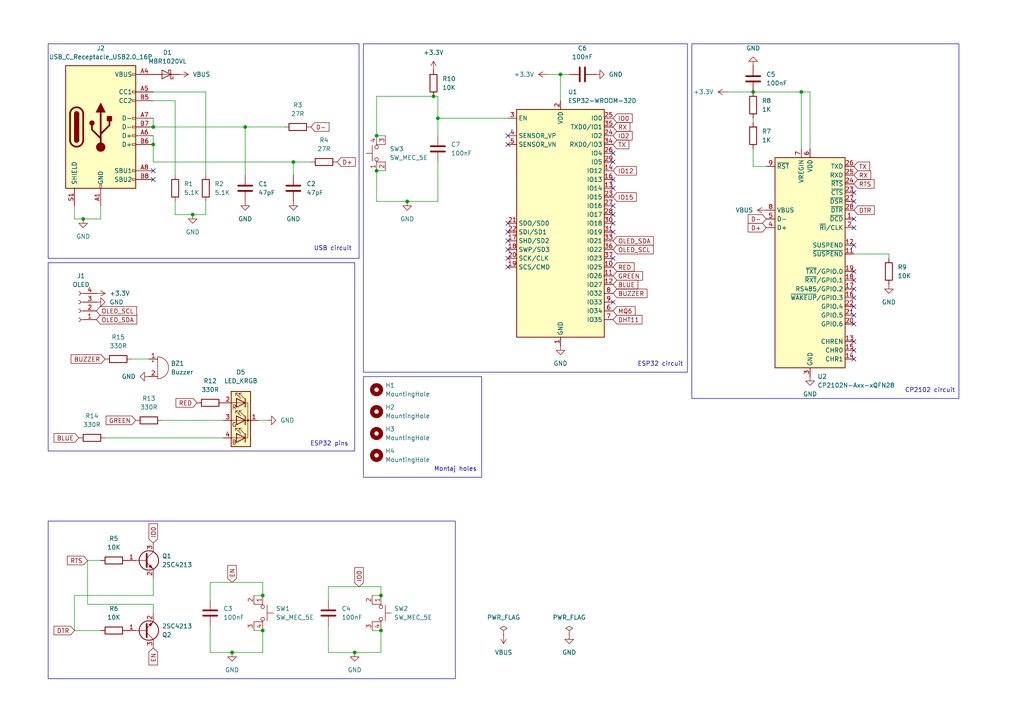
<source format=kicad_sch>
(kicad_sch (version 20250114) (generator "eeschema") (generator_version "9.0")
  (paper "A4")
  (lib_symbols
    (symbol "Connector:Conn_01x04_Socket" (pin_names (offset 1.016) (hide yes))
      (property "Reference" "J" (at 0 5.08 0))
      (property "Value" "Conn_01x04_Socket" (at 0 -7.62 0))
      (symbol "Conn_01x04_Socket_1_1"
        (polyline (pts (xy -1.27 2.54) (xy -0.508 2.54)) (stroke (width 0.1524)))
        (polyline (pts (xy -1.27 0) (xy -0.508 0)) (stroke (width 0.1524)))
        (polyline (pts (xy -1.27 -2.54) (xy -0.508 -2.54)) (stroke (width 0.1524)))
        (polyline (pts (xy -1.27 -5.08) (xy -0.508 -5.08)) (stroke (width 0.1524)))
        (arc (start 0 2.032) (mid -0.5058 2.54) (end 0 3.048) (stroke (width 0.1524)))
        (arc (start 0 -0.508) (mid -0.5058 0) (end 0 0.508) (stroke (width 0.1524)))
        (arc (start 0 -3.048) (mid -0.5058 -2.54) (end 0 -2.032) (stroke (width 0.1524)))
        (arc (start 0 -5.588) (mid -0.5058 -5.08) (end 0 -4.572) (stroke (width 0.1524)))
        (pin passive line (at -5.08 2.54 0) (length 3.81) (name "Pin_1") (number "1"))
        (pin passive line (at -5.08 0 0) (length 3.81) (name "Pin_2") (number "2"))
        (pin passive line (at -5.08 -2.54 0) (length 3.81) (name "Pin_3") (number "3"))
        (pin passive line (at -5.08 -5.08 0) (length 3.81) (name "Pin_4") (number "4"))
      )
    )
    (symbol "Connector:USB_C_Receptacle_USB2.0_16P" (pin_names (offset 1.016))
      (property "Reference" "J" (at 0 22.225 0))
      (property "Value" "USB_C_Receptacle_USB2.0_16P" (at 0 19.685 0))
      (symbol "USB_C_Receptacle_USB2.0_16P_0_0"
        (rectangle (start -0.254 -17.78) (end 0.254 -16.764))
        (rectangle (start 10.16 15.494) (end 9.144 14.986))
        (rectangle (start 10.16 10.414) (end 9.144 9.906))
        (rectangle (start 10.16 7.874) (end 9.144 7.366))
        (rectangle (start 10.16 2.794) (end 9.144 2.286))
        (rectangle (start 10.16 0.254) (end 9.144 -0.254))
        (rectangle (start 10.16 -2.286) (end 9.144 -2.794))
        (rectangle (start 10.16 -4.826) (end 9.144 -5.334))
        (rectangle (start 10.16 -12.446) (end 9.144 -12.954))
        (rectangle (start 10.16 -14.986) (end 9.144 -15.494))
      )
      (symbol "USB_C_Receptacle_USB2.0_16P_0_1"
        (rectangle (start -10.16 17.78) (end 10.16 -17.78) (stroke (width 0.254)) (fill (type background)))
        (polyline (pts (xy -8.89 -3.81) (xy -8.89 3.81)) (stroke (width 0.508)))
        (rectangle (start -7.62 -3.81) (end -6.35 3.81) (stroke (width 0.254)) (fill (type outline)))
        (arc (start -7.62 3.81) (mid -6.985 4.4423) (end -6.35 3.81) (stroke (width 0.254)))
        (arc (start -7.62 3.81) (mid -6.985 4.4423) (end -6.35 3.81) (stroke (width 0.254)) (fill (type outline)))
        (arc (start -8.89 3.81) (mid -6.985 5.7067) (end -5.08 3.81) (stroke (width 0.508)))
        (arc (start -5.08 -3.81) (mid -6.985 -5.7067) (end -8.89 -3.81) (stroke (width 0.508)))
        (arc (start -6.35 -3.81) (mid -6.985 -4.4423) (end -7.62 -3.81) (stroke (width 0.254)))
        (arc (start -6.35 -3.81) (mid -6.985 -4.4423) (end -7.62 -3.81) (stroke (width 0.254)) (fill (type outline)))
        (polyline (pts (xy -5.08 3.81) (xy -5.08 -3.81)) (stroke (width 0.508)))
        (circle (center -2.54 1.143) (radius 0.635) (stroke (width 0.254)) (fill (type outline)))
        (polyline (pts (xy -1.27 4.318) (xy 0 6.858) (xy 1.27 4.318) (xy -1.27 4.318)) (stroke (width 0.254)) (fill (type outline)))
        (polyline (pts (xy 0 -2.032) (xy 2.54 0.508) (xy 2.54 1.778)) (stroke (width 0.508)))
        (polyline (pts (xy 0 -3.302) (xy -2.54 -0.762) (xy -2.54 0.508)) (stroke (width 0.508)))
        (polyline (pts (xy 0 -5.842) (xy 0 4.318)) (stroke (width 0.508)))
        (circle (center 0 -5.842) (radius 1.27) (fill (type outline)))
        (rectangle (start 1.905 1.778) (end 3.175 3.048) (stroke (width 0.254)) (fill (type outline)))
      )
      (symbol "USB_C_Receptacle_USB2.0_16P_1_1"
        (pin passive line (at -7.62 -22.86 90) (length 5.08) (name "SHIELD") (number "S1"))
        (pin passive line (at 0 -22.86 90) (length 5.08) (name "GND") (number "A1"))
        (pin passive line (at 0 -22.86 90) (length 5.08) (hide yes) (name "GND") (number "A12"))
        (pin passive line (at 0 -22.86 90) (length 5.08) (hide yes) (name "GND") (number "B1"))
        (pin passive line (at 0 -22.86 90) (length 5.08) (hide yes) (name "GND") (number "B12"))
        (pin passive line (at 15.24 15.24 180) (length 5.08) (name "VBUS") (number "A4"))
        (pin passive line (at 15.24 15.24 180) (length 5.08) (hide yes) (name "VBUS") (number "A9"))
        (pin passive line (at 15.24 15.24 180) (length 5.08) (hide yes) (name "VBUS") (number "B4"))
        (pin passive line (at 15.24 15.24 180) (length 5.08) (hide yes) (name "VBUS") (number "B9"))
        (pin bidirectional line (at 15.24 10.16 180) (length 5.08) (name "CC1") (number "A5"))
        (pin bidirectional line (at 15.24 7.62 180) (length 5.08) (name "CC2") (number "B5"))
        (pin bidirectional line (at 15.24 2.54 180) (length 5.08) (name "D-") (number "A7"))
        (pin bidirectional line (at 15.24 0 180) (length 5.08) (name "D-") (number "B7"))
        (pin bidirectional line (at 15.24 -2.54 180) (length 5.08) (name "D+") (number "A6"))
        (pin bidirectional line (at 15.24 -5.08 180) (length 5.08) (name "D+") (number "B6"))
        (pin bidirectional line (at 15.24 -12.7 180) (length 5.08) (name "SBU1") (number "A8"))
        (pin bidirectional line (at 15.24 -15.24 180) (length 5.08) (name "SBU2") (number "B8"))
      )
    )
    (symbol "Device:Buzzer" (pin_names (offset 0.0254) (hide yes))
      (property "Reference" "BZ" (at 3.81 1.27 0))
      (property "Value" "Buzzer" (at 3.81 -1.27 0))
      (symbol "Buzzer_0_1"
        (polyline (pts (xy -1.651 1.905) (xy -1.143 1.905)))
        (polyline (pts (xy -1.397 2.159) (xy -1.397 1.651)))
        (arc (start 0 3.175) (mid 3.1612 0) (end 0 -3.175))
        (polyline (pts (xy 0 3.175) (xy 0 -3.175)))
      )
      (symbol "Buzzer_1_1"
        (pin passive line (at -2.54 2.54 0) (length 2.54) (name "+") (number "1"))
        (pin passive line (at -2.54 -2.54 0) (length 2.54) (name "-") (number "2"))
      )
    )
    (symbol "Device:C" (pin_numbers (hide yes)) (pin_names (offset 0.254))
      (property "Reference" "C" (at 0.635 2.54 0))
      (property "Value" "C" (at 0.635 -2.54 0))
      (symbol "C_0_1"
        (polyline (pts (xy -2.032 0.762) (xy 2.032 0.762)) (stroke (width 0.508)))
        (polyline (pts (xy -2.032 -0.762) (xy 2.032 -0.762)) (stroke (width 0.508)))
      )
      (symbol "C_1_1"
        (pin passive line (at 0 3.81 270) (length 2.794) (name "~") (number "1"))
        (pin passive line (at 0 -3.81 90) (length 2.794) (name "~") (number "2"))
      )
    )
    (symbol "Device:LED_KRGB" (pin_names (offset 0) (hide yes))
      (property "Reference" "D" (at 0 9.398 0))
      (property "Value" "LED_KRGB" (at 0 -8.89 0))
      (symbol "LED_KRGB_0_0"
        (text "R" (at 1.905 3.81 0) (effects (font (size 1.27 1.27))))
        (text "G" (at 1.905 -1.27 0) (effects (font (size 1.27 1.27))))
        (text "B" (at 1.905 -6.35 0) (effects (font (size 1.27 1.27))))
      )
      (symbol "LED_KRGB_0_1"
        (circle (center -2.032 0) (radius 0.254) (fill (type outline)))
        (polyline (pts (xy -1.27 6.35) (xy -1.27 3.81)) (stroke (width 0.254)))
        (polyline (pts (xy -1.27 6.35) (xy -1.27 3.81) (xy -1.27 3.81)))
        (polyline (pts (xy -1.27 5.08) (xy 1.27 5.08)))
        (polyline (pts (xy -1.27 5.08) (xy -2.032 5.08) (xy -2.032 -5.08) (xy -1.016 -5.08)))
        (polyline (pts (xy -1.27 1.27) (xy -1.27 -1.27)) (stroke (width 0.254)))
        (polyline (pts (xy -1.27 1.27) (xy -1.27 -1.27) (xy -1.27 -1.27)))
        (polyline (pts (xy -1.27 0) (xy -2.54 0)))
        (polyline (pts (xy -1.27 -3.81) (xy -1.27 -6.35)) (stroke (width 0.254)))
        (polyline (pts (xy -1.27 -5.08) (xy 1.27 -5.08)))
        (polyline (pts (xy -1.016 6.35) (xy 0.508 7.874) (xy -0.254 7.874) (xy 0.508 7.874) (xy 0.508 7.112)))
        (polyline (pts (xy -1.016 1.27) (xy 0.508 2.794) (xy -0.254 2.794) (xy 0.508 2.794) (xy 0.508 2.032)))
        (polyline (pts (xy -1.016 -3.81) (xy 0.508 -2.286) (xy -0.254 -2.286) (xy 0.508 -2.286) (xy 0.508 -3.048)))
        (polyline (pts (xy 0 6.35) (xy 1.524 7.874) (xy 0.762 7.874) (xy 1.524 7.874) (xy 1.524 7.112)))
        (polyline (pts (xy 0 1.27) (xy 1.524 2.794) (xy 0.762 2.794) (xy 1.524 2.794) (xy 1.524 2.032)))
        (polyline (pts (xy 0 -3.81) (xy 1.524 -2.286) (xy 0.762 -2.286) (xy 1.524 -2.286) (xy 1.524 -3.048)))
        (polyline (pts (xy 1.27 6.35) (xy 1.27 3.81) (xy -1.27 5.08) (xy 1.27 6.35)) (stroke (width 0.254)))
        (rectangle (start 1.27 6.35) (end 1.27 6.35))
        (polyline (pts (xy 1.27 5.08) (xy 2.54 5.08)))
        (rectangle (start 1.27 3.81) (end 1.27 6.35))
        (polyline (pts (xy 1.27 1.27) (xy 1.27 -1.27) (xy -1.27 0) (xy 1.27 1.27)) (stroke (width 0.254)))
        (rectangle (start 1.27 1.27) (end 1.27 1.27))
        (polyline (pts (xy 1.27 0) (xy -1.27 0)))
        (polyline (pts (xy 1.27 0) (xy 2.54 0)))
        (rectangle (start 1.27 -1.27) (end 1.27 1.27))
        (polyline (pts (xy 1.27 -3.81) (xy 1.27 -6.35) (xy -1.27 -5.08) (xy 1.27 -3.81)) (stroke (width 0.254)))
        (polyline (pts (xy 1.27 -5.08) (xy 2.54 -5.08)))
        (rectangle (start 2.794 8.382) (end -2.794 -7.62) (stroke (width 0.254)) (fill (type background)))
      )
      (symbol "LED_KRGB_1_1"
        (pin passive line (at -5.08 0 0) (length 2.54) (name "K") (number "1"))
        (pin passive line (at 5.08 5.08 180) (length 2.54) (name "RA") (number "2"))
        (pin passive line (at 5.08 0 180) (length 2.54) (name "GA") (number "3"))
        (pin passive line (at 5.08 -5.08 180) (length 2.54) (name "BA") (number "4"))
      )
    )
    (symbol "Device:R" (pin_numbers (hide yes)) (pin_names (offset 0))
      (property "Reference" "R" (at 2.032 0 90))
      (property "Value" "R" (at 0 0 90))
      (symbol "R_0_1"
        (rectangle (start -1.016 -2.54) (end 1.016 2.54) (stroke (width 0.254)))
      )
      (symbol "R_1_1"
        (pin passive line (at 0 3.81 270) (length 1.27) (name "~") (number "1"))
        (pin passive line (at 0 -3.81 90) (length 1.27) (name "~") (number "2"))
      )
    )
    (symbol "Diode:MBR1020VL" (pin_numbers (hide yes)) (pin_names (hide yes))
      (property "Reference" "D" (at 0 2.54 0))
      (property "Value" "MBR1020VL" (at 0 -2.54 0))
      (symbol "MBR1020VL_0_1"
        (polyline (pts (xy -1.905 0.635) (xy -1.905 1.27) (xy -1.27 1.27) (xy -1.27 -1.27) (xy -0.635 -1.27) (xy -0.635 -0.635)) (stroke (width 0.2032)))
        (polyline (pts (xy 1.27 1.27) (xy 1.27 -1.27) (xy -1.27 0) (xy 1.27 1.27)) (stroke (width 0.2032)))
        (polyline (pts (xy 1.27 0) (xy -1.27 0)))
      )
      (symbol "MBR1020VL_1_1"
        (pin passive line (at -3.81 0 0) (length 2.54) (name "K") (number "1"))
        (pin passive line (at 3.81 0 180) (length 2.54) (name "A") (number "2"))
      )
    )
    (symbol "Interface_USB:CP2102N-Axx-xQFN28"
      (property "Reference" "U" (at -8.89 31.75 0))
      (property "Value" "CP2102N-Axx-xQFN28" (at 12.7 31.75 0))
      (symbol "CP2102N-Axx-xQFN28_0_1"
        (rectangle (start -10.16 30.48) (end 10.16 -30.48) (stroke (width 0.254)) (fill (type background)))
      )
      (symbol "CP2102N-Axx-xQFN28_1_1"
        (pin input line (at -12.7 27.94 0) (length 2.54) (name "~{RST}") (number "9"))
        (pin input line (at -12.7 15.24 0) (length 2.54) (name "VBUS") (number "8"))
        (pin bidirectional line (at -12.7 12.7 0) (length 2.54) (name "D-") (number "5"))
        (pin bidirectional line (at -12.7 10.16 0) (length 2.54) (name "D+") (number "4"))
        (pin no_connect line (at -10.16 -27.94 0) (length 2.54) (hide yes) (name "NC") (number "10"))
        (pin power_in line (at -2.54 33.02 270) (length 2.54) (name "VREGIN") (number "7"))
        (pin power_in line (at 0 33.02 270) (length 2.54) (name "VDD") (number "6"))
        (pin passive line (at 0 -33.02 90) (length 2.54) (hide yes) (name "GND") (number "29"))
        (pin power_in line (at 0 -33.02 90) (length 2.54) (name "GND") (number "3"))
        (pin output line (at 12.7 27.94 180) (length 2.54) (name "TXD") (number "26"))
        (pin input line (at 12.7 25.4 180) (length 2.54) (name "RXD") (number "25"))
        (pin output line (at 12.7 22.86 180) (length 2.54) (name "~{RTS}") (number "24"))
        (pin input line (at 12.7 20.32 180) (length 2.54) (name "~{CTS}") (number "23"))
        (pin input line (at 12.7 17.78 180) (length 2.54) (name "~{DSR}") (number "27"))
        (pin output line (at 12.7 15.24 180) (length 2.54) (name "~{DTR}") (number "28"))
        (pin input line (at 12.7 12.7 180) (length 2.54) (name "~{DCD}") (number "1"))
        (pin bidirectional line (at 12.7 10.16 180) (length 2.54) (name "~{RI}/CLK") (number "2"))
        (pin output line (at 12.7 5.08 180) (length 2.54) (name "SUSPEND") (number "12"))
        (pin output line (at 12.7 2.54 180) (length 2.54) (name "~{SUSPEND}") (number "11"))
        (pin bidirectional line (at 12.7 -2.54 180) (length 2.54) (name "~{TXT}/GPIO.0") (number "19"))
        (pin bidirectional line (at 12.7 -5.08 180) (length 2.54) (name "~{RXT}/GPIO.1") (number "18"))
        (pin bidirectional line (at 12.7 -7.62 180) (length 2.54) (name "RS485/GPIO.2") (number "17"))
        (pin bidirectional line (at 12.7 -10.16 180) (length 2.54) (name "~{WAKEUP}/GPIO.3") (number "16"))
        (pin bidirectional line (at 12.7 -12.7 180) (length 2.54) (name "GPIO.4") (number "22"))
        (pin bidirectional line (at 12.7 -15.24 180) (length 2.54) (name "GPIO.5") (number "21"))
        (pin bidirectional line (at 12.7 -17.78 180) (length 2.54) (name "GPIO.6") (number "20"))
        (pin output line (at 12.7 -22.86 180) (length 2.54) (name "CHREN") (number "13"))
        (pin output line (at 12.7 -25.4 180) (length 2.54) (name "CHR0") (number "15"))
        (pin output line (at 12.7 -27.94 180) (length 2.54) (name "CHR1") (number "14"))
      )
    )
    (symbol "Mechanical:MountingHole" (pin_names (offset 1.016)) (exclude_from_sim yes) (in_bom no)
      (property "Reference" "H" (at 0 5.08 0))
      (property "Value" "MountingHole" (at 0 3.175 0))
      (symbol "MountingHole_0_1"
        (circle (center 0 0) (radius 1.27) (stroke (width 1.27)))
      )
    )
    (symbol "RF_Module:ESP32-WROOM-32D"
      (property "Reference" "U" (at -12.7 34.29 0))
      (property "Value" "ESP32-WROOM-32D" (at 1.27 34.29 0))
      (symbol "ESP32-WROOM-32D_0_1"
        (rectangle (start -12.7 33.02) (end 12.7 -33.02) (stroke (width 0.254)) (fill (type background)))
      )
      (symbol "ESP32-WROOM-32D_1_1"
        (pin input line (at -15.24 30.48 0) (length 2.54) (name "EN") (number "3"))
        (pin input line (at -15.24 25.4 0) (length 2.54) (name "SENSOR_VP") (number "4"))
        (pin input line (at -15.24 22.86 0) (length 2.54) (name "SENSOR_VN") (number "5"))
        (pin bidirectional line (at -15.24 0 0) (length 2.54) (name "SDO/SD0") (number "21"))
        (pin bidirectional line (at -15.24 -2.54 0) (length 2.54) (name "SDI/SD1") (number "22"))
        (pin bidirectional line (at -15.24 -5.08 0) (length 2.54) (name "SHD/SD2") (number "17"))
        (pin bidirectional line (at -15.24 -7.62 0) (length 2.54) (name "SWP/SD3") (number "18"))
        (pin bidirectional line (at -15.24 -10.16 0) (length 2.54) (name "SCK/CLK") (number "20"))
        (pin bidirectional line (at -15.24 -12.7 0) (length 2.54) (name "SCS/CMD") (number "19"))
        (pin no_connect line (at -12.7 -27.94 0) (length 2.54) (hide yes) (name "NC") (number "32"))
        (pin power_in line (at 0 35.56 270) (length 2.54) (name "VDD") (number "2"))
        (pin power_in line (at 0 -35.56 90) (length 2.54) (name "GND") (number "1"))
        (pin passive line (at 0 -35.56 90) (length 2.54) (hide yes) (name "GND") (number "15"))
        (pin passive line (at 0 -35.56 90) (length 2.54) (hide yes) (name "GND") (number "38"))
        (pin passive line (at 0 -35.56 90) (length 2.54) (hide yes) (name "GND") (number "39"))
        (pin bidirectional line (at 15.24 30.48 180) (length 2.54) (name "IO0") (number "25"))
        (pin bidirectional line (at 15.24 27.94 180) (length 2.54) (name "TXD0/IO1") (number "35"))
        (pin bidirectional line (at 15.24 25.4 180) (length 2.54) (name "IO2") (number "24"))
        (pin bidirectional line (at 15.24 22.86 180) (length 2.54) (name "RXD0/IO3") (number "34"))
        (pin bidirectional line (at 15.24 20.32 180) (length 2.54) (name "IO4") (number "26"))
        (pin bidirectional line (at 15.24 17.78 180) (length 2.54) (name "IO5") (number "29"))
        (pin bidirectional line (at 15.24 15.24 180) (length 2.54) (name "IO12") (number "14"))
        (pin bidirectional line (at 15.24 12.7 180) (length 2.54) (name "IO13") (number "16"))
        (pin bidirectional line (at 15.24 10.16 180) (length 2.54) (name "IO14") (number "13"))
        (pin bidirectional line (at 15.24 7.62 180) (length 2.54) (name "IO15") (number "23"))
        (pin bidirectional line (at 15.24 5.08 180) (length 2.54) (name "IO16") (number "27"))
        (pin bidirectional line (at 15.24 2.54 180) (length 2.54) (name "IO17") (number "28"))
        (pin bidirectional line (at 15.24 0 180) (length 2.54) (name "IO18") (number "30"))
        (pin bidirectional line (at 15.24 -2.54 180) (length 2.54) (name "IO19") (number "31"))
        (pin bidirectional line (at 15.24 -5.08 180) (length 2.54) (name "IO21") (number "33"))
        (pin bidirectional line (at 15.24 -7.62 180) (length 2.54) (name "IO22") (number "36"))
        (pin bidirectional line (at 15.24 -10.16 180) (length 2.54) (name "IO23") (number "37"))
        (pin bidirectional line (at 15.24 -12.7 180) (length 2.54) (name "IO25") (number "10"))
        (pin bidirectional line (at 15.24 -15.24 180) (length 2.54) (name "IO26") (number "11"))
        (pin bidirectional line (at 15.24 -17.78 180) (length 2.54) (name "IO27") (number "12"))
        (pin bidirectional line (at 15.24 -20.32 180) (length 2.54) (name "IO32") (number "8"))
        (pin bidirectional line (at 15.24 -22.86 180) (length 2.54) (name "IO33") (number "9"))
        (pin input line (at 15.24 -25.4 180) (length 2.54) (name "IO34") (number "6"))
        (pin input line (at 15.24 -27.94 180) (length 2.54) (name "IO35") (number "7"))
      )
    )
    (symbol "Switch:SW_MEC_5E" (pin_names (offset 1.016) (hide yes))
      (property "Reference" "SW" (at 0.635 5.715 0))
      (property "Value" "SW_MEC_5E" (at 0 -3.175 0))
      (symbol "SW_MEC_5E_0_1"
        (polyline (pts (xy -2.54 0) (xy -2.54 2.54) (xy -2.286 2.54)))
        (polyline (pts (xy -2.286 3.81) (xy 2.286 3.81)))
        (circle (center -1.778 2.54) (radius 0.508))
        (polyline (pts (xy 0 3.81) (xy 0 5.588)))
        (circle (center 1.778 2.54) (radius 0.508))
        (polyline (pts (xy 2.54 0) (xy 2.54 2.54) (xy 2.286 2.54)))
        (pin passive line (at -5.08 2.54 0) (length 2.54) (name "1") (number "1"))
        (pin passive line (at -5.08 0 0) (length 2.54) (name "2") (number "2"))
        (pin passive line (at 5.08 2.54 180) (length 2.54) (name "A") (number "4"))
        (pin passive line (at 5.08 0 180) (length 2.54) (name "K") (number "3"))
      )
    )
    (symbol "Transistor_BJT:2SC4213" (pin_names (offset 0) (hide yes))
      (property "Reference" "Q" (at 5.08 1.905 0))
      (property "Value" "2SC4213" (at 5.08 0 0))
      (symbol "2SC4213_0_1"
        (polyline (pts (xy -2.54 0) (xy 0.635 0)))
        (polyline (pts (xy 0.635 1.905) (xy 0.635 -1.905)) (stroke (width 0.508)))
        (circle (center 1.27 0) (radius 2.8194) (stroke (width 0.254)))
      )
      (symbol "2SC4213_1_1"
        (polyline (pts (xy 0.635 0.635) (xy 2.54 2.54)))
        (polyline (pts (xy 0.635 -0.635) (xy 2.54 -2.54)))
        (polyline (pts (xy 1.27 -1.778) (xy 1.778 -1.27) (xy 2.286 -2.286) (xy 1.27 -1.778)) (fill (type outline)))
        (pin input line (at -5.08 0 0) (length 2.54) (name "B") (number "1"))
        (pin passive line (at 2.54 5.08 270) (length 2.54) (name "C") (number "3"))
        (pin passive line (at 2.54 -5.08 90) (length 2.54) (name "E") (number "2"))
      )
    )
    (symbol "power:+3.3V" (power) (pin_numbers (hide yes)) (pin_names (offset 0) (hide yes))
      (property "Value" "+3.3V" (at 0 3.556 0))
      (symbol "+3.3V_0_1"
        (polyline (pts (xy -0.762 1.27) (xy 0 2.54)))
        (polyline (pts (xy 0 2.54) (xy 0.762 1.27)))
        (polyline (pts (xy 0 0) (xy 0 2.54)))
      )
      (symbol "+3.3V_1_1"
        (pin power_in line (at 0 0 90) (length 0) (name "~") (number "1"))
      )
    )
    (symbol "power:GND" (power) (pin_numbers (hide yes)) (pin_names (offset 0) (hide yes))
      (property "Value" "GND" (at 0 -3.81 0))
      (symbol "GND_0_1"
        (polyline (pts (xy 0 0) (xy 0 -1.27) (xy 1.27 -1.27) (xy 0 -2.54) (xy -1.27 -1.27) (xy 0 -1.27)))
      )
      (symbol "GND_1_1"
        (pin power_in line (at 0 0 270) (length 0) (name "~") (number "1"))
      )
    )
    (symbol "power:PWR_FLAG" (power) (pin_numbers (hide yes)) (pin_names (offset 0) (hide yes))
      (property "Value" "PWR_FLAG" (at 0 3.81 0))
      (symbol "PWR_FLAG_0_0"
        (pin power_out line (at 0 0 90) (length 0) (name "~") (number "1"))
      )
      (symbol "PWR_FLAG_0_1"
        (polyline (pts (xy 0 0) (xy 0 1.27) (xy -1.016 1.905) (xy 0 2.54) (xy 1.016 1.905) (xy 0 1.27)))
      )
    )
    (symbol "power:VBUS" (power) (pin_numbers (hide yes)) (pin_names (offset 0) (hide yes))
      (property "Value" "VBUS" (at 0 3.556 0))
      (symbol "VBUS_0_1"
        (polyline (pts (xy -0.762 1.27) (xy 0 2.54)))
        (polyline (pts (xy 0 2.54) (xy 0.762 1.27)))
        (polyline (pts (xy 0 0) (xy 0 2.54)))
      )
      (symbol "VBUS_1_1"
        (pin power_in line (at 0 0 90) (length 0) (name "~") (number "1"))
      )
    )
  )
  (rectangle (start 105.41 12.7) (end 199.39 107.95))
  (rectangle (start 13.97 76.2) (end 102.87 130.81))
  (rectangle (start 200.66 12.7) (end 278.13 115.57))
  (rectangle (start 13.97 151.13) (end 132.08 196.85))
  (rectangle (start 105.41 109.22) (end 139.7 138.43))
  (rectangle (start 13.97 12.7) (end 104.14 74.93))
  (text "ESP32 pins" (at 95.504 128.778 0) (effects (font (size 1.27 1.27))))
  (text "CP2102 circuit" (at 269.748 113.284 0) (effects (font (size 1.27 1.27))))
  (text "Montaj holes" (at 132.08 136.144 0) (effects (font (size 1.27 1.27))))
  (text "USB circuit" (at 96.52 72.136 0) (effects (font (size 1.27 1.27))))
  (text "ESP32 circuit" (at 191.516 105.664 0) (effects (font (size 1.27 1.27))))
  (junction (at 44.45 36.83))
  (junction (at 76.2 172.72))
  (junction (at 85.09 46.99))
  (junction (at 125.73 27.94))
  (junction (at 102.87 189.23))
  (junction (at 232.41 26.67))
  (junction (at 110.49 182.88))
  (junction (at 162.56 21.59))
  (junction (at 67.31 189.23))
  (junction (at 44.45 41.91))
  (junction (at 109.22 49.53))
  (junction (at 55.88 62.23))
  (junction (at 218.44 26.67))
  (junction (at 109.22 39.37))
  (junction (at 118.11 58.42))
  (junction (at 24.13 63.5))
  (junction (at 127 34.29))
  (junction (at 110.49 172.72))
  (junction (at 76.2 182.88))
  (junction (at 71.12 36.83))
  (no_connect (at 247.65 55.88))
  (no_connect (at 177.8 44.45))
  (no_connect (at 177.8 59.69))
  (no_connect (at 44.45 52.07))
  (no_connect (at 177.8 54.61))
  (no_connect (at 247.65 99.06))
  (no_connect (at 44.45 49.53))
  (no_connect (at 247.65 83.82))
  (no_connect (at 247.65 71.12))
  (no_connect (at 177.8 62.23))
  (no_connect (at 247.65 91.44))
  (no_connect (at 247.65 101.6))
  (no_connect (at 177.8 67.31))
  (no_connect (at 247.65 58.42))
  (no_connect (at 177.8 46.99))
  (no_connect (at 147.32 74.93))
  (no_connect (at 247.65 86.36))
  (no_connect (at 247.65 78.74))
  (no_connect (at 147.32 77.47))
  (no_connect (at 177.8 87.63))
  (no_connect (at 247.65 88.9))
  (no_connect (at 177.8 64.77))
  (no_connect (at 147.32 64.77))
  (no_connect (at 247.65 81.28))
  (no_connect (at 177.8 52.07))
  (no_connect (at 147.32 39.37))
  (no_connect (at 177.8 74.93))
  (no_connect (at 247.65 63.5))
  (no_connect (at 147.32 69.85))
  (no_connect (at 147.32 41.91))
  (no_connect (at 147.32 72.39))
  (no_connect (at 247.65 104.14))
  (no_connect (at 247.65 66.04))
  (no_connect (at 147.32 67.31))
  (no_connect (at 247.65 93.98))
  (wire (pts (xy 44.45 46.99) (xy 44.45 41.91)))
  (wire (pts (xy 110.49 182.88) (xy 110.49 189.23)))
  (wire (pts (xy 21.59 172.72) (xy 44.45 172.72)))
  (wire (pts (xy 162.56 21.59) (xy 165.1 21.59)))
  (wire (pts (xy 25.4 175.26) (xy 25.4 162.56)))
  (wire (pts (xy 109.22 58.42) (xy 118.11 58.42)))
  (wire (pts (xy 21.59 182.88) (xy 21.59 172.72)))
  (wire (pts (xy 46.99 121.92) (xy 64.77 121.92)))
  (wire (pts (xy 44.45 36.83) (xy 71.12 36.83)))
  (wire (pts (xy 127 58.42) (xy 118.11 58.42)))
  (wire (pts (xy 109.22 27.94) (xy 125.73 27.94)))
  (wire (pts (xy 21.59 59.69) (xy 21.59 63.5)))
  (wire (pts (xy 127 39.37) (xy 127 34.29)))
  (wire (pts (xy 25.4 162.56) (xy 29.21 162.56)))
  (wire (pts (xy 107.95 182.88) (xy 110.49 182.88)))
  (wire (pts (xy 30.48 127) (xy 64.77 127)))
  (wire (pts (xy 234.95 26.67) (xy 232.41 26.67)))
  (wire (pts (xy 257.81 73.66) (xy 247.65 73.66)))
  (wire (pts (xy 50.8 29.21) (xy 44.45 29.21)))
  (wire (pts (xy 50.8 50.8) (xy 50.8 29.21)))
  (wire (pts (xy 71.12 36.83) (xy 71.12 50.8)))
  (wire (pts (xy 59.69 26.67) (xy 59.69 50.8)))
  (wire (pts (xy 232.41 26.67) (xy 218.44 26.67)))
  (wire (pts (xy 21.59 63.5) (xy 24.13 63.5)))
  (wire (pts (xy 107.95 172.72) (xy 110.49 172.72)))
  (wire (pts (xy 60.96 168.91) (xy 76.2 168.91)))
  (wire (pts (xy 29.21 59.69) (xy 29.21 63.5)))
  (wire (pts (xy 257.81 74.93) (xy 257.81 73.66)))
  (wire (pts (xy 109.22 49.53) (xy 109.22 58.42)))
  (wire (pts (xy 110.49 172.72) (xy 110.49 170.18)))
  (wire (pts (xy 44.45 175.26) (xy 25.4 175.26)))
  (wire (pts (xy 127 34.29) (xy 127 27.94)))
  (wire (pts (xy 218.44 43.18) (xy 218.44 48.26)))
  (wire (pts (xy 110.49 189.23) (xy 102.87 189.23)))
  (wire (pts (xy 76.2 182.88) (xy 76.2 189.23)))
  (wire (pts (xy 73.66 182.88) (xy 76.2 182.88)))
  (wire (pts (xy 95.25 181.61) (xy 95.25 189.23)))
  (wire (pts (xy 76.2 172.72) (xy 76.2 168.91)))
  (wire (pts (xy 44.45 172.72) (xy 44.45 167.64)))
  (wire (pts (xy 59.69 58.42) (xy 59.69 62.23)))
  (wire (pts (xy 60.96 173.99) (xy 60.96 168.91)))
  (wire (pts (xy 50.8 58.42) (xy 50.8 62.23)))
  (wire (pts (xy 60.96 189.23) (xy 67.31 189.23)))
  (wire (pts (xy 90.17 46.99) (xy 85.09 46.99)))
  (wire (pts (xy 71.12 36.83) (xy 82.55 36.83)))
  (wire (pts (xy 109.22 39.37) (xy 111.76 39.37)))
  (wire (pts (xy 29.21 63.5) (xy 24.13 63.5)))
  (wire (pts (xy 218.44 34.29) (xy 218.44 35.56)))
  (wire (pts (xy 85.09 46.99) (xy 44.45 46.99)))
  (wire (pts (xy 29.21 182.88) (xy 21.59 182.88)))
  (wire (pts (xy 74.93 121.92) (xy 77.47 121.92)))
  (wire (pts (xy 109.22 49.53) (xy 111.76 49.53)))
  (wire (pts (xy 162.56 21.59) (xy 158.75 21.59)))
  (wire (pts (xy 44.45 39.37) (xy 44.45 41.91)))
  (wire (pts (xy 95.25 173.99) (xy 95.25 170.18)))
  (wire (pts (xy 44.45 26.67) (xy 59.69 26.67)))
  (wire (pts (xy 44.45 177.8) (xy 44.45 175.26)))
  (wire (pts (xy 109.22 39.37) (xy 109.22 27.94)))
  (wire (pts (xy 60.96 181.61) (xy 60.96 189.23)))
  (wire (pts (xy 73.66 172.72) (xy 76.2 172.72)))
  (wire (pts (xy 44.45 34.29) (xy 44.45 36.83)))
  (wire (pts (xy 218.44 48.26) (xy 222.25 48.26)))
  (wire (pts (xy 234.95 43.18) (xy 234.95 26.67)))
  (wire (pts (xy 127 27.94) (xy 125.73 27.94)))
  (wire (pts (xy 95.25 170.18) (xy 110.49 170.18)))
  (wire (pts (xy 85.09 46.99) (xy 85.09 50.8)))
  (wire (pts (xy 59.69 62.23) (xy 55.88 62.23)))
  (wire (pts (xy 127 34.29) (xy 147.32 34.29)))
  (wire (pts (xy 127 46.99) (xy 127 58.42)))
  (wire (pts (xy 210.82 26.67) (xy 218.44 26.67)))
  (wire (pts (xy 95.25 189.23) (xy 102.87 189.23)))
  (wire (pts (xy 38.1 104.14) (xy 43.18 104.14)))
  (wire (pts (xy 162.56 29.21) (xy 162.56 21.59)))
  (wire (pts (xy 232.41 43.18) (xy 232.41 26.67)))
  (wire (pts (xy 50.8 62.23) (xy 55.88 62.23)))
  (wire (pts (xy 76.2 189.23) (xy 67.31 189.23)))
  (global_label "DTR" (shape input) (at 21.59 182.88 180) (property "Intersheetrefs" "${INTERSHEET_REFS}" (effects (hide yes))))
  (global_label "RED" (shape input) (at 57.15 116.84 180) (property "Intersheetrefs" "${INTERSHEET_REFS}" (effects (hide yes))))
  (global_label "D-" (shape input) (at 222.25 63.5 180) (property "Intersheetrefs" "${INTERSHEET_REFS}" (effects (hide yes))))
  (global_label "RX" (shape input) (at 247.65 50.8 0) (property "Intersheetrefs" "${INTERSHEET_REFS}" (effects (hide yes))))
  (global_label "BLUE" (shape input) (at 177.8 82.55 0) (property "Intersheetrefs" "${INTERSHEET_REFS}" (effects (hide yes))))
  (global_label "RX" (shape input) (at 177.8 36.83 0) (property "Intersheetrefs" "${INTERSHEET_REFS}" (effects (hide yes))))
  (global_label "D+" (shape input) (at 222.25 66.04 180) (property "Intersheetrefs" "${INTERSHEET_REFS}" (effects (hide yes))))
  (global_label "GREEN" (shape input) (at 177.8 80.01 0) (property "Intersheetrefs" "${INTERSHEET_REFS}" (effects (hide yes))))
  (global_label "OLED_SCL" (shape input) (at 27.94 90.17 0) (property "Intersheetrefs" "${INTERSHEET_REFS}" (effects (hide yes))))
  (global_label "IO0" (shape input) (at 104.14 170.18 90) (property "Intersheetrefs" "${INTERSHEET_REFS}" (effects (hide yes))))
  (global_label "OLED_SDA" (shape input) (at 27.94 92.71 0) (property "Intersheetrefs" "${INTERSHEET_REFS}" (effects (hide yes))))
  (global_label "GREEN" (shape input) (at 39.37 121.92 180) (property "Intersheetrefs" "${INTERSHEET_REFS}" (effects (hide yes))))
  (global_label "BUZZER" (shape input) (at 177.8 85.09 0) (property "Intersheetrefs" "${INTERSHEET_REFS}" (effects (hide yes))))
  (global_label "MQ6" (shape input) (at 177.8 90.17 0) (property "Intersheetrefs" "${INTERSHEET_REFS}" (effects (hide yes))))
  (global_label "RTS" (shape input) (at 25.4 162.56 180) (property "Intersheetrefs" "${INTERSHEET_REFS}" (effects (hide yes))))
  (global_label "TX" (shape input) (at 177.8 41.91 0) (property "Intersheetrefs" "${INTERSHEET_REFS}" (effects (hide yes))))
  (global_label "RTS" (shape input) (at 247.65 53.34 0) (property "Intersheetrefs" "${INTERSHEET_REFS}" (effects (hide yes))))
  (global_label "RED" (shape input) (at 177.8 77.47 0) (property "Intersheetrefs" "${INTERSHEET_REFS}" (effects (hide yes))))
  (global_label "OLED_SCL" (shape input) (at 177.8 72.39 0) (property "Intersheetrefs" "${INTERSHEET_REFS}" (effects (hide yes))))
  (global_label "TX" (shape input) (at 247.65 48.26 0) (property "Intersheetrefs" "${INTERSHEET_REFS}" (effects (hide yes))))
  (global_label "IO0" (shape input) (at 44.45 157.48 90) (property "Intersheetrefs" "${INTERSHEET_REFS}" (effects (hide yes))))
  (global_label "IO12" (shape input) (at 177.8 49.53 0) (property "Intersheetrefs" "${INTERSHEET_REFS}" (effects (hide yes))))
  (global_label "BLUE" (shape input) (at 22.86 127 180) (property "Intersheetrefs" "${INTERSHEET_REFS}" (effects (hide yes))))
  (global_label "D-" (shape input) (at 90.17 36.83 0) (property "Intersheetrefs" "${INTERSHEET_REFS}" (effects (hide yes))))
  (global_label "IO0" (shape input) (at 177.8 34.29 0) (property "Intersheetrefs" "${INTERSHEET_REFS}" (effects (hide yes))))
  (global_label "D+" (shape input) (at 97.79 46.99 0) (property "Intersheetrefs" "${INTERSHEET_REFS}" (effects (hide yes))))
  (global_label "DHT11" (shape input) (at 177.8 92.71 0) (property "Intersheetrefs" "${INTERSHEET_REFS}" (effects (hide yes))))
  (global_label "EN" (shape input) (at 44.45 187.96 270) (property "Intersheetrefs" "${INTERSHEET_REFS}" (effects (hide yes))))
  (global_label "DTR" (shape input) (at 247.65 60.96 0) (property "Intersheetrefs" "${INTERSHEET_REFS}" (effects (hide yes))))
  (global_label "EN" (shape input) (at 67.31 168.91 90) (property "Intersheetrefs" "${INTERSHEET_REFS}" (effects (hide yes))))
  (global_label "OLED_SDA" (shape input) (at 177.8 69.85 0) (property "Intersheetrefs" "${INTERSHEET_REFS}" (effects (hide yes))))
  (global_label "BUZZER" (shape input) (at 30.48 104.14 180) (property "Intersheetrefs" "${INTERSHEET_REFS}" (effects (hide yes))))
  (global_label "IO2" (shape input) (at 177.8 39.37 0) (property "Intersheetrefs" "${INTERSHEET_REFS}" (effects (hide yes))))
  (global_label "IO15" (shape input) (at 177.8 57.15 0) (property "Intersheetrefs" "${INTERSHEET_REFS}" (effects (hide yes))))
  (symbol (lib_id "Device:R") (at 93.98 46.99 270) (unit 1)
    (property "Reference" "R4" (at 93.98 40.64 90))
    (property "Value" "27R" (at 93.98 43.18 90))
    (property "Footprint" "Resistor_SMD:R_0603_1608Metric_Pad0.98x0.95mm_HandSolder" (effects (hide yes)))
    (property "Description" "Resistor" (effects (hide yes)))
  )
  (symbol (lib_id "power:+3.3V") (at 210.82 26.67 90) (unit 1)
    (property "Reference" "#PWR09" (effects (hide yes)))
    (property "Value" "+3.3V" (at 207.01 26.6699 90) (effects (justify left)))
    (property "Description" "Power symbol creates a global label with name \"+3.3V\"" (effects (hide yes)))
  )
  (symbol (lib_id "power:GND") (at 55.88 62.23 0) (unit 1)
    (property "Reference" "#PWR02" (effects (hide yes)))
    (property "Value" "GND" (at 55.88 67.31 0))
    (property "Description" "Power symbol creates a global label with name \"GND\" , ground" (effects (hide yes)))
  )
  (symbol (lib_id "Device:C") (at 127 43.18 180) (unit 1)
    (property "Reference" "C7" (at 130.81 41.9099 0) (effects (justify right)))
    (property "Value" "100nF" (at 130.81 44.4499 0) (effects (justify right)))
    (property "Footprint" "Capacitor_SMD:C_0603_1608Metric_Pad1.08x0.95mm_HandSolder" (effects (hide yes)))
    (property "Description" "Unpolarized capacitor" (effects (hide yes)))
  )
  (symbol (lib_id "Device:Buzzer") (at 45.72 106.68 0) (unit 1)
    (property "Reference" "BZ1" (at 49.53 105.4099 0) (effects (justify left)))
    (property "Value" "Buzzer" (at 49.53 107.9499 0) (effects (justify left)))
    (property "Footprint" "Buzzer_Beeper:Buzzer_12x9.5RM7.6" (effects (hide yes)))
    (property "Description" "Buzzer, polarized" (effects (hide yes)))
  )
  (symbol (lib_id "power:GND") (at 85.09 58.42 0) (unit 1)
    (property "Reference" "#PWR05" (effects (hide yes)))
    (property "Value" "GND" (at 85.09 63.5 0))
    (property "Description" "Power symbol creates a global label with name \"GND\" , ground" (effects (hide yes)))
  )
  (symbol (lib_id "Switch:SW_MEC_5E") (at 107.95 177.8 270) (unit 1)
    (property "Reference" "SW2" (at 114.3 176.5299 90) (effects (justify left)))
    (property "Value" "SW_MEC_5E" (at 114.3 179.0699 90) (effects (justify left)))
    (property "Footprint" "Button_Switch_SMD:SW_MEC_5GSH9" (effects (hide yes)))
    (property "Datasheet" "http://www.apem.com/int/index.php?controller=attachment&id_attachment=1371" (effects (hide yes)))
    (property "Description" "MEC 5E single pole normally-open tactile switch" (effects (hide yes)))
  )
  (symbol (lib_id "Interface_USB:CP2102N-Axx-xQFN28") (at 234.95 76.2 0) (unit 1)
    (property "Reference" "U2" (at 237.0933 109.22 0) (effects (justify left)))
    (property "Value" "CP2102N-Axx-xQFN28" (at 237.0933 111.76 0) (effects (justify left)))
    (property "Footprint" "Package_DFN_QFN:QFN-28-1EP_5x5mm_P0.5mm_EP3.35x3.35mm" (effects (hide yes)))
    (property "Datasheet" "https://www.silabs.com/documents/public/data-sheets/cp2102n-datasheet.pdf" (effects (hide yes)))
    (property "Description" "USB to UART master bridge, QFN-28" (effects (hide yes)))
  )
  (symbol (lib_id "power:GND") (at 71.12 58.42 0) (unit 1)
    (property "Reference" "#PWR04" (effects (hide yes)))
    (property "Value" "GND" (at 71.12 63.5 0))
    (property "Description" "Power symbol creates a global label with name \"GND\" , ground" (effects (hide yes)))
  )
  (symbol (lib_id "Connector:Conn_01x04_Socket") (at 22.86 90.17 180) (unit 1)
    (property "Reference" "J1" (at 23.495 80.01 0))
    (property "Value" "OLED" (at 23.495 82.55 0))
    (property "Footprint" "Connector_PinSocket_2.54mm:PinSocket_1x04_P2.54mm_Vertical" (effects (hide yes)))
    (property "Description" "Generic connector, single row, 01x04, script generated" (effects (hide yes)))
  )
  (symbol (lib_id "power:GND") (at 234.95 109.22 0) (unit 1)
    (property "Reference" "#PWR012" (effects (hide yes)))
    (property "Value" "GND" (at 234.95 114.3 0))
    (property "Description" "Power symbol creates a global label with name \"GND\" , ground" (effects (hide yes)))
  )
  (symbol (lib_id "Device:C") (at 218.44 22.86 0) (unit 1)
    (property "Reference" "C5" (at 222.25 21.5899 0) (effects (justify left)))
    (property "Value" "100nF" (at 222.25 24.1299 0) (effects (justify left)))
    (property "Footprint" "Capacitor_SMD:C_0603_1608Metric_Pad1.08x0.95mm_HandSolder" (effects (hide yes)))
    (property "Description" "Unpolarized capacitor" (effects (hide yes)))
  )
  (symbol (lib_id "Switch:SW_MEC_5E") (at 111.76 44.45 90) (unit 1)
    (property "Reference" "SW3" (at 113.03 43.1799 90) (effects (justify right)))
    (property "Value" "SW_MEC_5E" (at 113.03 45.7199 90) (effects (justify right)))
    (property "Footprint" "Button_Switch_SMD:SW_MEC_5GSH9" (effects (hide yes)))
    (property "Datasheet" "http://www.apem.com/int/index.php?controller=attachment&id_attachment=1371" (effects (hide yes)))
    (property "Description" "MEC 5E single pole normally-open tactile switch" (effects (hide yes)))
  )
  (symbol (lib_id "Transistor_BJT:2SC4213") (at 41.91 162.56 0) (unit 1)
    (property "Reference" "Q1" (at 46.99 161.2899 0) (effects (justify left)))
    (property "Value" "2SC4213" (at 46.99 163.8299 0) (effects (justify left)))
    (property "Footprint" "Package_TO_SOT_SMD:SOT-323_SC-70" (effects (hide yes)))
    (property "Datasheet" "https://toshiba.semicon-storage.com/info/docget.jsp?did=19305&prodName=2SC4213" (effects (hide yes)))
    (property "Description" "0.3A Ic, 20V Vce, NPN Transistor, For Muting and Switching, SOT-323" (effects (hide yes)))
  )
  (symbol (lib_id "power:GND") (at 77.47 121.92 90) (unit 1)
    (property "Reference" "#PWR029" (effects (hide yes)))
    (property "Value" "GND" (at 81.28 121.9199 90) (effects (justify right)))
    (property "Description" "Power symbol creates a global label with name \"GND\" , ground" (effects (hide yes)))
  )
  (symbol (lib_id "Device:LED_KRGB") (at 69.85 121.92 0) (mirror y) (unit 1)
    (property "Reference" "D5" (at 69.85 107.95 0))
    (property "Value" "LED_KRGB" (at 69.85 110.49 0))
    (property "Footprint" "LED_THT:LED_D5.0mm-4_RGB" (effects (hide yes)))
    (property "Description" "RGB LED, cathode/red/green/blue" (effects (hide yes)))
  )
  (symbol (lib_id "Device:R") (at 218.44 30.48 0) (unit 1)
    (property "Reference" "R8" (at 220.98 29.2099 0) (effects (justify left)))
    (property "Value" "1K" (at 220.98 31.7499 0) (effects (justify left)))
    (property "Footprint" "Resistor_SMD:R_0603_1608Metric_Pad0.98x0.95mm_HandSolder" (effects (hide yes)))
    (property "Description" "Resistor" (effects (hide yes)))
  )
  (symbol (lib_id "Device:R") (at 34.29 104.14 90) (unit 1)
    (property "Reference" "R15" (at 34.29 97.79 90))
    (property "Value" "330R" (at 34.29 100.33 90))
    (property "Footprint" "Resistor_SMD:R_0603_1608Metric_Pad0.98x0.95mm_HandSolder" (effects (hide yes)))
    (property "Description" "Resistor" (effects (hide yes)))
  )
  (symbol (lib_id "Device:C") (at 168.91 21.59 270) (mirror x) (unit 1)
    (property "Reference" "C6" (at 168.91 13.97 90))
    (property "Value" "100nF" (at 168.91 16.51 90))
    (property "Footprint" "Capacitor_SMD:C_0603_1608Metric_Pad1.08x0.95mm_HandSolder" (effects (hide yes)))
    (property "Description" "Unpolarized capacitor" (effects (hide yes)))
  )
  (symbol (lib_id "power:+3.3V") (at 27.94 85.09 270) (unit 1)
    (property "Reference" "#PWR027" (effects (hide yes)))
    (property "Value" "+3.3V" (at 31.75 85.0899 90) (effects (justify left)))
    (property "Description" "Power symbol creates a global label with name \"+3.3V\"" (effects (hide yes)))
  )
  (symbol (lib_id "power:VBUS") (at 146.05 184.15 180) (unit 1)
    (property "Reference" "#PWR056" (effects (hide yes)))
    (property "Value" "VBUS" (at 146.05 189.23 0))
    (property "Description" "Power symbol creates a global label with name \"VBUS\"" (effects (hide yes)))
  )
  (symbol (lib_id "power:GND") (at 67.31 189.23 0) (unit 1)
    (property "Reference" "#PWR06" (effects (hide yes)))
    (property "Value" "GND" (at 67.31 194.31 0))
    (property "Description" "Power symbol creates a global label with name \"GND\" , ground" (effects (hide yes)))
  )
  (symbol (lib_id "Mechanical:MountingHole") (at 109.22 119.38 0) (unit 1)
    (property "Reference" "H2" (at 111.76 118.1099 0) (effects (justify left)))
    (property "Value" "MountingHole" (at 111.76 120.6499 0) (effects (justify left)))
    (property "Footprint" "MountingHole:MountingHole_3.2mm_M3" (effects (hide yes)))
    (property "Description" "Mounting Hole without connection" (effects (hide yes)))
  )
  (symbol (lib_id "Device:C") (at 60.96 177.8 0) (unit 1)
    (property "Reference" "C3" (at 64.77 176.5299 0) (effects (justify left)))
    (property "Value" "100nF" (at 64.77 179.0699 0) (effects (justify left)))
    (property "Footprint" "Capacitor_SMD:C_0603_1608Metric_Pad1.08x0.95mm_HandSolder" (effects (hide yes)))
    (property "Description" "Unpolarized capacitor" (effects (hide yes)))
  )
  (symbol (lib_id "power:VBUS") (at 52.07 21.59 270) (unit 1)
    (property "Reference" "#PWR01" (effects (hide yes)))
    (property "Value" "VBUS" (at 55.88 21.5899 90) (effects (justify left)))
    (property "Description" "Power symbol creates a global label with name \"VBUS\"" (effects (hide yes)))
  )
  (symbol (lib_id "power:PWR_FLAG") (at 146.05 184.15 0) (unit 1)
    (property "Reference" "#FLG01" (effects (hide yes)))
    (property "Value" "PWR_FLAG" (at 146.05 179.07 0))
    (property "Description" "Special symbol for telling ERC where power comes from" (effects (hide yes)))
  )
  (symbol (lib_id "power:+3.3V") (at 125.73 20.32 0) (unit 1)
    (property "Reference" "#PWR016" (effects (hide yes)))
    (property "Value" "+3.3V" (at 125.73 15.24 0))
    (property "Description" "Power symbol creates a global label with name \"+3.3V\"" (effects (hide yes)))
  )
  (symbol (lib_id "Device:R") (at 33.02 162.56 270) (unit 1)
    (property "Reference" "R5" (at 33.02 156.21 90))
    (property "Value" "10K" (at 33.02 158.75 90))
    (property "Footprint" "Resistor_SMD:R_0603_1608Metric_Pad0.98x0.95mm_HandSolder" (effects (hide yes)))
    (property "Description" "Resistor" (effects (hide yes)))
  )
  (symbol (lib_id "power:GND") (at 102.87 189.23 0) (unit 1)
    (property "Reference" "#PWR07" (effects (hide yes)))
    (property "Value" "GND" (at 102.87 194.31 0))
    (property "Description" "Power symbol creates a global label with name \"GND\" , ground" (effects (hide yes)))
  )
  (symbol (lib_id "Device:R") (at 43.18 121.92 90) (unit 1)
    (property "Reference" "R13" (at 43.18 115.57 90))
    (property "Value" "330R" (at 43.18 118.11 90))
    (property "Footprint" "Resistor_SMD:R_0603_1608Metric_Pad0.98x0.95mm_HandSolder" (effects (hide yes)))
    (property "Description" "Resistor" (effects (hide yes)))
  )
  (symbol (lib_id "Diode:MBR1020VL") (at 48.26 21.59 180) (unit 1)
    (property "Reference" "D1" (at 48.5775 15.24 0))
    (property "Value" "MBR1020VL" (at 48.5775 17.78 0))
    (property "Footprint" "Diode_SMD:D_SOD-123F" (effects (hide yes)))
    (property "Datasheet" "https://www.onsemi.com/pub/Collateral/MBR1020VL-D.PDF" (effects (hide yes)))
    (property "Description" "20V, 1A, 340 mV, Schottky Diode Rectifier, SOD-123F" (effects (hide yes)))
  )
  (symbol (lib_id "Mechanical:MountingHole") (at 109.22 113.03 0) (unit 1)
    (property "Reference" "H1" (at 111.76 111.7599 0) (effects (justify left)))
    (property "Value" "MountingHole" (at 111.76 114.2999 0) (effects (justify left)))
    (property "Footprint" "MountingHole:MountingHole_3.2mm_M3" (effects (hide yes)))
    (property "Description" "Mounting Hole without connection" (effects (hide yes)))
  )
  (symbol (lib_id "power:GND") (at 43.18 109.22 270) (unit 1)
    (property "Reference" "#PWR030" (effects (hide yes)))
    (property "Value" "GND" (at 39.37 109.2199 90) (effects (justify right)))
    (property "Description" "Power symbol creates a global label with name \"GND\" , ground" (effects (hide yes)))
  )
  (symbol (lib_id "Device:R") (at 50.8 54.61 180) (unit 1)
    (property "Reference" "R1" (at 53.34 53.3399 0) (effects (justify right)))
    (property "Value" "5.1K" (at 53.34 55.8799 0) (effects (justify right)))
    (property "Footprint" "Resistor_SMD:R_0603_1608Metric_Pad0.98x0.95mm_HandSolder" (effects (hide yes)))
    (property "Description" "Resistor" (effects (hide yes)))
  )
  (symbol (lib_id "power:GND") (at 172.72 21.59 90) (unit 1)
    (property "Reference" "#PWR013" (effects (hide yes)))
    (property "Value" "GND" (at 176.53 21.5899 90) (effects (justify right)))
    (property "Description" "Power symbol creates a global label with name \"GND\" , ground" (effects (hide yes)))
  )
  (symbol (lib_id "Device:R") (at 33.02 182.88 270) (unit 1)
    (property "Reference" "R6" (at 33.02 176.53 90))
    (property "Value" "10K" (at 33.02 179.07 90))
    (property "Footprint" "Resistor_SMD:R_0603_1608Metric_Pad0.98x0.95mm_HandSolder" (effects (hide yes)))
    (property "Description" "Resistor" (effects (hide yes)))
  )
  (symbol (lib_id "power:GND") (at 257.81 82.55 0) (unit 1)
    (property "Reference" "#PWR011" (effects (hide yes)))
    (property "Value" "GND" (at 257.81 87.63 0))
    (property "Description" "Power symbol creates a global label with name \"GND\" , ground" (effects (hide yes)))
  )
  (symbol (lib_id "Device:C") (at 85.09 54.61 0) (unit 1)
    (property "Reference" "C2" (at 88.9 53.3399 0) (effects (justify left)))
    (property "Value" "47pF" (at 88.9 55.8799 0) (effects (justify left)))
    (property "Footprint" "Capacitor_SMD:C_0603_1608Metric_Pad1.08x0.95mm_HandSolder" (effects (hide yes)))
    (property "Description" "Unpolarized capacitor" (effects (hide yes)))
  )
  (symbol (lib_id "power:+3.3V") (at 158.75 21.59 90) (unit 1)
    (property "Reference" "#PWR014" (effects (hide yes)))
    (property "Value" "+3.3V" (at 154.94 21.5899 90) (effects (justify left)))
    (property "Description" "Power symbol creates a global label with name \"+3.3V\"" (effects (hide yes)))
  )
  (symbol (lib_id "Device:R") (at 26.67 127 90) (unit 1)
    (property "Reference" "R14" (at 26.67 120.65 90))
    (property "Value" "330R" (at 26.67 123.19 90))
    (property "Footprint" "Resistor_SMD:R_0603_1608Metric_Pad0.98x0.95mm_HandSolder" (effects (hide yes)))
    (property "Description" "Resistor" (effects (hide yes)))
  )
  (symbol (lib_id "power:GND") (at 24.13 63.5 0) (unit 1)
    (property "Reference" "#PWR03" (effects (hide yes)))
    (property "Value" "GND" (at 24.13 68.58 0))
    (property "Description" "Power symbol creates a global label with name \"GND\" , ground" (effects (hide yes)))
  )
  (symbol (lib_id "Connector:USB_C_Receptacle_USB2.0_16P") (at 29.21 36.83 0) (unit 1)
    (property "Reference" "J2" (at 29.21 13.97 0))
    (property "Value" "USB_C_Receptacle_USB2.0_16P" (at 29.21 16.51 0))
    (property "Footprint" "Connector_USB:USB_C_Receptacle_HRO_TYPE-C-31-M-12" (effects (hide yes)))
    (property "Datasheet" "https://www.usb.org/sites/default/files/documents/usb_type-c.zip" (effects (hide yes)))
    (property "Description" "USB 2.0-only 16P Type-C Receptacle connector" (effects (hide yes)))
  )
  (symbol (lib_id "power:GND") (at 118.11 58.42 0) (unit 1)
    (property "Reference" "#PWR015" (effects (hide yes)))
    (property "Value" "GND" (at 118.11 63.5 0))
    (property "Description" "Power symbol creates a global label with name \"GND\" , ground" (effects (hide yes)))
  )
  (symbol (lib_id "power:GND") (at 27.94 87.63 90) (unit 1)
    (property "Reference" "#PWR028" (effects (hide yes)))
    (property "Value" "GND" (at 31.75 87.6299 90) (effects (justify right)))
    (property "Description" "Power symbol creates a global label with name \"GND\" , ground" (effects (hide yes)))
  )
  (symbol (lib_id "Device:R") (at 218.44 39.37 0) (unit 1)
    (property "Reference" "R7" (at 220.98 38.0999 0) (effects (justify left)))
    (property "Value" "1K" (at 220.98 40.6399 0) (effects (justify left)))
    (property "Footprint" "Resistor_SMD:R_0603_1608Metric_Pad0.98x0.95mm_HandSolder" (effects (hide yes)))
    (property "Description" "Resistor" (effects (hide yes)))
  )
  (symbol (lib_id "Device:C") (at 71.12 54.61 0) (unit 1)
    (property "Reference" "C1" (at 74.93 53.3399 0) (effects (justify left)))
    (property "Value" "47pF" (at 74.93 55.8799 0) (effects (justify left)))
    (property "Footprint" "Capacitor_SMD:C_0603_1608Metric_Pad1.08x0.95mm_HandSolder" (effects (hide yes)))
    (property "Description" "Unpolarized capacitor" (effects (hide yes)))
  )
  (symbol (lib_id "Switch:SW_MEC_5E") (at 73.66 177.8 270) (unit 1)
    (property "Reference" "SW1" (at 80.01 176.5299 90) (effects (justify left)))
    (property "Value" "SW_MEC_5E" (at 80.01 179.0699 90) (effects (justify left)))
    (property "Footprint" "Button_Switch_SMD:SW_MEC_5GSH9" (effects (hide yes)))
    (property "Datasheet" "http://www.apem.com/int/index.php?controller=attachment&id_attachment=1371" (effects (hide yes)))
    (property "Description" "MEC 5E single pole normally-open tactile switch" (effects (hide yes)))
  )
  (symbol (lib_id "Transistor_BJT:2SC4213") (at 41.91 182.88 0) (mirror x) (unit 1)
    (property "Reference" "Q2" (at 46.99 184.1501 0) (effects (justify left)))
    (property "Value" "2SC4213" (at 46.99 181.6101 0) (effects (justify left)))
    (property "Footprint" "Package_TO_SOT_SMD:SOT-323_SC-70" (effects (hide yes)))
    (property "Datasheet" "https://toshiba.semicon-storage.com/info/docget.jsp?did=19305&prodName=2SC4213" (effects (hide yes)))
    (property "Description" "0.3A Ic, 20V Vce, NPN Transistor, For Muting and Switching, SOT-323" (effects (hide yes)))
  )
  (symbol (lib_id "power:GND") (at 218.44 19.05 180) (unit 1)
    (property "Reference" "#PWR010" (effects (hide yes)))
    (property "Value" "GND" (at 218.44 13.97 0))
    (property "Description" "Power symbol creates a global label with name \"GND\" , ground" (effects (hide yes)))
  )
  (symbol (lib_id "power:GND") (at 162.56 100.33 0) (unit 1)
    (property "Reference" "#PWR026" (effects (hide yes)))
    (property "Value" "GND" (at 162.56 105.41 0))
    (property "Description" "Power symbol creates a global label with name \"GND\" , ground" (effects (hide yes)))
  )
  (symbol (lib_id "Device:R") (at 257.81 78.74 0) (unit 1)
    (property "Reference" "R9" (at 260.35 77.4699 0) (effects (justify left)))
    (property "Value" "10K" (at 260.35 80.0099 0) (effects (justify left)))
    (property "Footprint" "Resistor_SMD:R_0603_1608Metric_Pad0.98x0.95mm_HandSolder" (effects (hide yes)))
    (property "Description" "Resistor" (effects (hide yes)))
  )
  (symbol (lib_id "Device:R") (at 59.69 54.61 180) (unit 1)
    (property "Reference" "R2" (at 62.23 53.3399 0) (effects (justify right)))
    (property "Value" "5.1K" (at 62.23 55.8799 0) (effects (justify right)))
    (property "Footprint" "Resistor_SMD:R_0603_1608Metric_Pad0.98x0.95mm_HandSolder" (effects (hide yes)))
    (property "Description" "Resistor" (effects (hide yes)))
  )
  (symbol (lib_id "Device:R") (at 86.36 36.83 270) (unit 1)
    (property "Reference" "R3" (at 86.36 30.48 90))
    (property "Value" "27R" (at 86.36 33.02 90))
    (property "Footprint" "Resistor_SMD:R_0603_1608Metric_Pad0.98x0.95mm_HandSolder" (effects (hide yes)))
    (property "Description" "Resistor" (effects (hide yes)))
  )
  (symbol (lib_id "Device:R") (at 60.96 116.84 90) (unit 1)
    (property "Reference" "R12" (at 60.96 110.49 90))
    (property "Value" "330R" (at 60.96 113.03 90))
    (property "Footprint" "Resistor_SMD:R_0603_1608Metric_Pad0.98x0.95mm_HandSolder" (effects (hide yes)))
    (property "Description" "Resistor" (effects (hide yes)))
  )
  (symbol (lib_id "Mechanical:MountingHole") (at 109.22 125.73 0) (unit 1)
    (property "Reference" "H3" (at 111.76 124.4599 0) (effects (justify left)))
    (property "Value" "MountingHole" (at 111.76 126.9999 0) (effects (justify left)))
    (property "Footprint" "MountingHole:MountingHole_3.2mm_M3" (effects (hide yes)))
    (property "Description" "Mounting Hole without connection" (effects (hide yes)))
  )
  (symbol (lib_id "Device:C") (at 95.25 177.8 0) (unit 1)
    (property "Reference" "C4" (at 99.06 176.5299 0) (effects (justify left)))
    (property "Value" "100nF" (at 99.06 179.0699 0) (effects (justify left)))
    (property "Footprint" "Capacitor_SMD:C_0603_1608Metric_Pad1.08x0.95mm_HandSolder" (effects (hide yes)))
    (property "Description" "Unpolarized capacitor" (effects (hide yes)))
  )
  (symbol (lib_id "Mechanical:MountingHole") (at 109.22 132.08 0) (unit 1)
    (property "Reference" "H4" (at 111.76 130.8099 0) (effects (justify left)))
    (property "Value" "MountingHole" (at 111.76 133.3499 0) (effects (justify left)))
    (property "Footprint" "MountingHole:MountingHole_3.2mm_M3" (effects (hide yes)))
    (property "Description" "Mounting Hole without connection" (effects (hide yes)))
  )
  (symbol (lib_id "Device:R") (at 125.73 24.13 0) (unit 1)
    (property "Reference" "R10" (at 128.27 22.8599 0) (effects (justify left)))
    (property "Value" "10K" (at 128.27 25.3999 0) (effects (justify left)))
    (property "Footprint" "Resistor_SMD:R_0603_1608Metric_Pad0.98x0.95mm_HandSolder" (effects (hide yes)))
    (property "Description" "Resistor" (effects (hide yes)))
  )
  (symbol (lib_id "power:GND") (at 165.1 184.15 0) (unit 1)
    (property "Reference" "#PWR055" (effects (hide yes)))
    (property "Value" "GND" (at 165.1 189.23 0))
    (property "Description" "Power symbol creates a global label with name \"GND\" , ground" (effects (hide yes)))
  )
  (symbol (lib_id "RF_Module:ESP32-WROOM-32D") (at 162.56 64.77 0) (unit 1)
    (property "Reference" "U1" (at 164.7033 26.67 0) (effects (justify left)))
    (property "Value" "ESP32-WROOM-32D" (at 164.7033 29.21 0) (effects (justify left)))
    (property "Footprint" "RF_Module:ESP32-WROOM-32D" (effects (hide yes)))
    (property "Datasheet" "https://www.espressif.com/sites/default/files/documentation/esp32-wroom-32d_esp32-wroom-32u_datasheet_en.pdf" (effects (hide yes)))
    (property "Description" "RF Module, ESP32-D0WD SoC, Wi-Fi 802.11b/g/n, Bluetooth, BLE, 32-bit, 2.7-3.6V, onboard antenna, SMD" (effects (hide yes)))
  )
  (symbol (lib_id "power:PWR_FLAG") (at 165.1 184.15 0) (unit 1)
    (property "Reference" "#FLG02" (effects (hide yes)))
    (property "Value" "PWR_FLAG" (at 165.1 179.07 0))
    (property "Description" "Special symbol for telling ERC where power comes from" (effects (hide yes)))
  )
  (symbol (lib_id "power:VBUS") (at 222.25 60.96 90) (unit 1)
    (property "Reference" "#PWR039" (effects (hide yes)))
    (property "Value" "VBUS" (at 218.44 60.9599 90) (effects (justify left)))
    (property "Description" "Power symbol creates a global label with name \"VBUS\"" (effects (hide yes)))
  )
)
</source>
